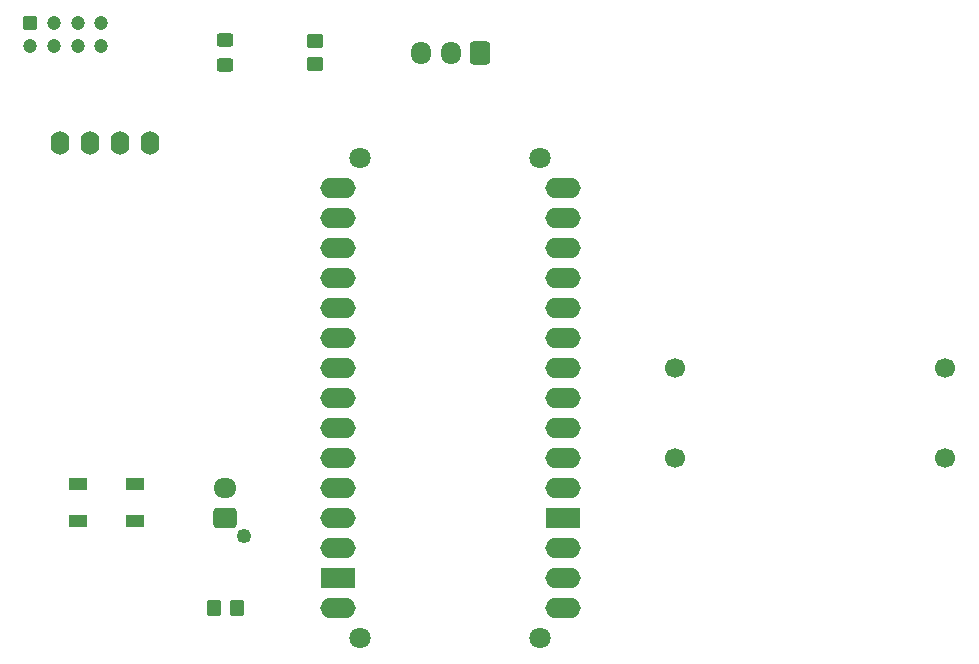
<source format=gbr>
%TF.GenerationSoftware,KiCad,Pcbnew,7.0.10*%
%TF.CreationDate,2024-02-04T18:22:09-08:00*%
%TF.ProjectId,514 pcb design,35313420-7063-4622-9064-657369676e2e,rev?*%
%TF.SameCoordinates,Original*%
%TF.FileFunction,Soldermask,Top*%
%TF.FilePolarity,Negative*%
%FSLAX46Y46*%
G04 Gerber Fmt 4.6, Leading zero omitted, Abs format (unit mm)*
G04 Created by KiCad (PCBNEW 7.0.10) date 2024-02-04 18:22:09*
%MOMM*%
%LPD*%
G01*
G04 APERTURE LIST*
G04 Aperture macros list*
%AMRoundRect*
0 Rectangle with rounded corners*
0 $1 Rounding radius*
0 $2 $3 $4 $5 $6 $7 $8 $9 X,Y pos of 4 corners*
0 Add a 4 corners polygon primitive as box body*
4,1,4,$2,$3,$4,$5,$6,$7,$8,$9,$2,$3,0*
0 Add four circle primitives for the rounded corners*
1,1,$1+$1,$2,$3*
1,1,$1+$1,$4,$5*
1,1,$1+$1,$6,$7*
1,1,$1+$1,$8,$9*
0 Add four rect primitives between the rounded corners*
20,1,$1+$1,$2,$3,$4,$5,0*
20,1,$1+$1,$4,$5,$6,$7,0*
20,1,$1+$1,$6,$7,$8,$9,0*
20,1,$1+$1,$8,$9,$2,$3,0*%
G04 Aperture macros list end*
%ADD10O,1.600000X2.000000*%
%ADD11C,1.800000*%
%ADD12O,2.997200X1.727200*%
%ADD13R,2.997200X1.727200*%
%ADD14RoundRect,0.250000X0.450000X-0.350000X0.450000X0.350000X-0.450000X0.350000X-0.450000X-0.350000X0*%
%ADD15R,1.500000X1.000000*%
%ADD16O,1.950000X1.700000*%
%ADD17RoundRect,0.250000X0.725000X-0.600000X0.725000X0.600000X-0.725000X0.600000X-0.725000X-0.600000X0*%
%ADD18C,1.250000*%
%ADD19RoundRect,0.250000X-0.350000X-0.350000X0.350000X-0.350000X0.350000X0.350000X-0.350000X0.350000X0*%
%ADD20C,1.200000*%
%ADD21C,1.700000*%
%ADD22O,1.700000X1.950000*%
%ADD23RoundRect,0.250000X0.600000X0.725000X-0.600000X0.725000X-0.600000X-0.725000X0.600000X-0.725000X0*%
%ADD24RoundRect,0.250000X-0.450000X0.325000X-0.450000X-0.325000X0.450000X-0.325000X0.450000X0.325000X0*%
%ADD25RoundRect,0.250000X-0.350000X-0.450000X0.350000X-0.450000X0.350000X0.450000X-0.350000X0.450000X0*%
G04 APERTURE END LIST*
D10*
%TO.C,Brd1*%
X102870000Y-68580000D03*
X100330000Y-68580000D03*
X97790000Y-68580000D03*
X95250000Y-68580000D03*
%TD*%
D11*
%TO.C,A2*%
X135890000Y-110490000D03*
X135890000Y-69850000D03*
X120650000Y-110490000D03*
X120650000Y-69850000D03*
D12*
X118745000Y-74930000D03*
X118745000Y-100330000D03*
X118745000Y-80010000D03*
X118745000Y-82550000D03*
X118745000Y-85090000D03*
X118745000Y-87630000D03*
X118745000Y-90170000D03*
X118745000Y-92710000D03*
X118745000Y-95250000D03*
X118745000Y-97790000D03*
X118745000Y-77470000D03*
X118745000Y-102870000D03*
X137795000Y-105410000D03*
X137795000Y-107950000D03*
X137795000Y-97790000D03*
X137795000Y-95250000D03*
X137795000Y-92710000D03*
X137795000Y-90170000D03*
X137795000Y-87630000D03*
X137795000Y-85090000D03*
X137795000Y-82550000D03*
X137795000Y-80010000D03*
X137795000Y-77470000D03*
X137795000Y-74930000D03*
X137795000Y-72390000D03*
X118745000Y-72390000D03*
D13*
X137795000Y-100330000D03*
X118745000Y-105410000D03*
D12*
X137795000Y-102870000D03*
X118745000Y-107950000D03*
%TD*%
D14*
%TO.C,R2*%
X116840000Y-59960000D03*
X116840000Y-61960000D03*
%TD*%
D15*
%TO.C,D1*%
X96700000Y-100660000D03*
X96700000Y-97460000D03*
X101600000Y-97460000D03*
X101600000Y-100660000D03*
%TD*%
D16*
%TO.C,J1*%
X109220000Y-97830000D03*
D17*
X109220000Y-100330000D03*
D18*
X110820000Y-101930000D03*
%TD*%
D19*
%TO.C,BT1*%
X92710000Y-58420000D03*
D20*
X92710000Y-60420000D03*
X94710000Y-58420000D03*
X94710000Y-60420000D03*
X96710000Y-58420000D03*
X96710000Y-60420000D03*
X98710000Y-58420000D03*
X98710000Y-60420000D03*
%TD*%
D21*
%TO.C,M1*%
X147320000Y-87630000D03*
X147320000Y-95250000D03*
X170180000Y-95250000D03*
X170180000Y-87630000D03*
%TD*%
D22*
%TO.C,SW1*%
X125810000Y-60960000D03*
X128310000Y-60960000D03*
D23*
X130810000Y-60960000D03*
%TD*%
D24*
%TO.C,D2*%
X109220000Y-59935000D03*
X109220000Y-61985000D03*
%TD*%
D25*
%TO.C,R1*%
X110220000Y-107950000D03*
X108220000Y-107950000D03*
%TD*%
M02*

</source>
